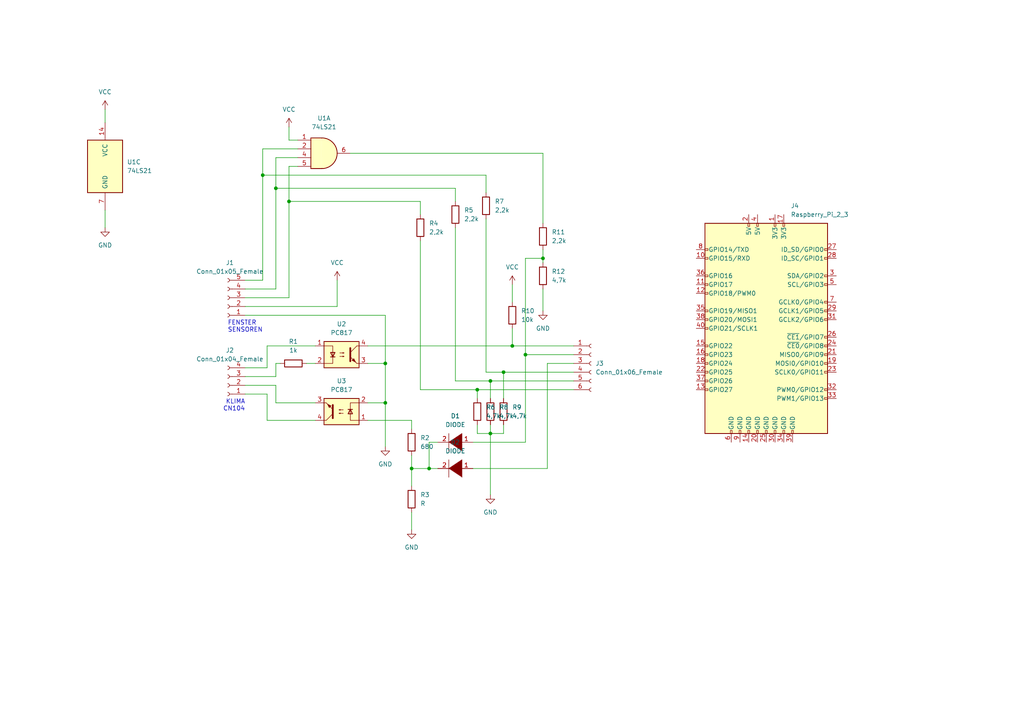
<source format=kicad_sch>
(kicad_sch (version 20211123) (generator eeschema)
  (paper "A4")
  (lib_symbols
    (symbol "74xx:74LS21" (pin_names (offset 1.016))
      (property "Reference" "U" (at 0 1.27 0))
      (property "Value" "74LS21" (at 0 -1.27 0))
      (symbol "74LS21_1_1"
        (arc (start -0.635 -4.445) (mid 3.81 0) (end -0.635 4.445) (stroke (width 0.254)) (fill (type background)))
        (polyline (pts (xy -0.635 4.445) (xy -3.81 4.445) (xy -3.81 -4.445) (xy -0.635 -4.445)) (stroke (width 0.254)) (fill (type background)))
        (pin input line (at -7.62 3.81 0) (length 3.81) (name "~") (number "1"))
        (pin input line (at -7.62 1.27 0) (length 3.81) (name "~") (number "2"))
        (pin input line (at -7.62 -1.27 0) (length 3.81) (name "~") (number "4"))
        (pin input line (at -7.62 -3.81 0) (length 3.81) (name "~") (number "5"))
        (pin output line (at 7.62 0 180) (length 3.81) (name "~") (number "6"))
      )
      (symbol "74LS21_1_2"
        (arc (start -3.81 -4.445) (mid -2.5908 0) (end -3.81 4.445) (stroke (width 0.254)))
        (arc (start -0.6096 -4.445) (mid 2.224 -2.8428) (end 3.81 0) (stroke (width 0.254)) (fill (type background)))
        (polyline (pts (xy -3.81 -4.445) (xy -0.635 -4.445)) (stroke (width 0.254)) (fill (type background)))
        (polyline (pts (xy -3.81 4.445) (xy -0.635 4.445)) (stroke (width 0.254)) (fill (type background)))
        (polyline (pts (xy -0.635 4.445) (xy -3.81 4.445) (xy -3.81 4.445) (xy -3.6322 4.0894) (xy -3.0988 2.921) (xy -2.7686 1.6764) (xy -2.6162 0.4318) (xy -2.6416 -0.8636) (xy -2.8702 -2.1082) (xy -3.2512 -3.3274) (xy -3.81 -4.445) (xy -3.81 -4.445) (xy -0.635 -4.445)) (stroke (width -25.4)) (fill (type background)))
        (arc (start 3.81 0) (mid 2.2198 2.8386) (end -0.6096 4.445) (stroke (width 0.254)) (fill (type background)))
        (pin input inverted (at -7.62 3.81 0) (length 3.81) (name "~") (number "1"))
        (pin input inverted (at -7.62 1.27 0) (length 4.826) (name "~") (number "2"))
        (pin input inverted (at -7.62 -1.27 0) (length 4.826) (name "~") (number "4"))
        (pin input inverted (at -7.62 -3.81 0) (length 3.81) (name "~") (number "5"))
        (pin output inverted (at 7.62 0 180) (length 3.81) (name "~") (number "6"))
      )
      (symbol "74LS21_2_1"
        (arc (start -0.635 -4.445) (mid 3.81 0) (end -0.635 4.445) (stroke (width 0.254)) (fill (type background)))
        (polyline (pts (xy -0.635 4.445) (xy -3.81 4.445) (xy -3.81 -4.445) (xy -0.635 -4.445)) (stroke (width 0.254)) (fill (type background)))
        (pin input line (at -7.62 1.27 0) (length 3.81) (name "~") (number "10"))
        (pin input line (at -7.62 -1.27 0) (length 3.81) (name "~") (number "12"))
        (pin input line (at -7.62 -3.81 0) (length 3.81) (name "~") (number "13"))
        (pin output line (at 7.62 0 180) (length 3.81) (name "~") (number "8"))
        (pin input line (at -7.62 3.81 0) (length 3.81) (name "~") (number "9"))
      )
      (symbol "74LS21_2_2"
        (arc (start -3.81 -4.445) (mid -2.5908 0) (end -3.81 4.445) (stroke (width 0.254)))
        (arc (start -0.6096 -4.445) (mid 2.224 -2.8428) (end 3.81 0) (stroke (width 0.254)) (fill (type background)))
        (polyline (pts (xy -3.81 -4.445) (xy -0.635 -4.445)) (stroke (width 0.254)) (fill (type background)))
        (polyline (pts (xy -3.81 4.445) (xy -0.635 4.445)) (stroke (width 0.254)) (fill (type background)))
        (polyline (pts (xy -0.635 4.445) (xy -3.81 4.445) (xy -3.81 4.445) (xy -3.6322 4.0894) (xy -3.0988 2.921) (xy -2.7686 1.6764) (xy -2.6162 0.4318) (xy -2.6416 -0.8636) (xy -2.8702 -2.1082) (xy -3.2512 -3.3274) (xy -3.81 -4.445) (xy -3.81 -4.445) (xy -0.635 -4.445)) (stroke (width -25.4)) (fill (type background)))
        (arc (start 3.81 0) (mid 2.2198 2.8386) (end -0.6096 4.445) (stroke (width 0.254)) (fill (type background)))
        (pin input inverted (at -7.62 1.27 0) (length 4.826) (name "~") (number "10"))
        (pin input inverted (at -7.62 -1.27 0) (length 4.826) (name "~") (number "12"))
        (pin input inverted (at -7.62 -3.81 0) (length 3.81) (name "~") (number "13"))
        (pin output inverted (at 7.62 0 180) (length 3.81) (name "~") (number "8"))
        (pin input inverted (at -7.62 3.81 0) (length 3.81) (name "~") (number "9"))
      )
      (symbol "74LS21_3_0"
        (pin power_in line (at 0 12.7 270) (length 5.08) (name "VCC") (number "14"))
        (pin power_in line (at 0 -12.7 90) (length 5.08) (name "GND") (number "7"))
      )
      (symbol "74LS21_3_1"
        (rectangle (start -5.08 7.62) (end 5.08 -7.62) (stroke (width 0.254)) (fill (type background)))
      )
    )
    (symbol "Connector:Conn_01x04_Female" (pin_names (offset 1.016) hide)
      (property "Reference" "J" (at 0 5.08 0))
      (property "Value" "Conn_01x04_Female" (at 0 -7.62 0))
      (symbol "Conn_01x04_Female_1_1"
        (arc (start 0 -4.572) (mid -0.508 -5.08) (end 0 -5.588) (stroke (width 0.1524)))
        (arc (start 0 -2.032) (mid -0.508 -2.54) (end 0 -3.048) (stroke (width 0.1524)))
        (polyline (pts (xy -1.27 -5.08) (xy -0.508 -5.08)) (stroke (width 0.1524)))
        (polyline (pts (xy -1.27 -2.54) (xy -0.508 -2.54)) (stroke (width 0.1524)))
        (polyline (pts (xy -1.27 0) (xy -0.508 0)) (stroke (width 0.1524)))
        (polyline (pts (xy -1.27 2.54) (xy -0.508 2.54)) (stroke (width 0.1524)))
        (arc (start 0 0.508) (mid -0.508 0) (end 0 -0.508) (stroke (width 0.1524)))
        (arc (start 0 3.048) (mid -0.508 2.54) (end 0 2.032) (stroke (width 0.1524)))
        (pin passive line (at -5.08 2.54 0) (length 3.81) (name "Pin_1") (number "1"))
        (pin passive line (at -5.08 0 0) (length 3.81) (name "Pin_2") (number "2"))
        (pin passive line (at -5.08 -2.54 0) (length 3.81) (name "Pin_3") (number "3"))
        (pin passive line (at -5.08 -5.08 0) (length 3.81) (name "Pin_4") (number "4"))
      )
    )
    (symbol "Connector:Conn_01x05_Female" (pin_names (offset 1.016) hide)
      (property "Reference" "J" (at 0 7.62 0))
      (property "Value" "Conn_01x05_Female" (at 0 -7.62 0))
      (symbol "Conn_01x05_Female_1_1"
        (arc (start 0 -4.572) (mid -0.508 -5.08) (end 0 -5.588) (stroke (width 0.1524)))
        (arc (start 0 -2.032) (mid -0.508 -2.54) (end 0 -3.048) (stroke (width 0.1524)))
        (polyline (pts (xy -1.27 -5.08) (xy -0.508 -5.08)) (stroke (width 0.1524)))
        (polyline (pts (xy -1.27 -2.54) (xy -0.508 -2.54)) (stroke (width 0.1524)))
        (polyline (pts (xy -1.27 0) (xy -0.508 0)) (stroke (width 0.1524)))
        (polyline (pts (xy -1.27 2.54) (xy -0.508 2.54)) (stroke (width 0.1524)))
        (polyline (pts (xy -1.27 5.08) (xy -0.508 5.08)) (stroke (width 0.1524)))
        (arc (start 0 0.508) (mid -0.508 0) (end 0 -0.508) (stroke (width 0.1524)))
        (arc (start 0 3.048) (mid -0.508 2.54) (end 0 2.032) (stroke (width 0.1524)))
        (arc (start 0 5.588) (mid -0.508 5.08) (end 0 4.572) (stroke (width 0.1524)))
        (pin passive line (at -5.08 5.08 0) (length 3.81) (name "Pin_1") (number "1"))
        (pin passive line (at -5.08 2.54 0) (length 3.81) (name "Pin_2") (number "2"))
        (pin passive line (at -5.08 0 0) (length 3.81) (name "Pin_3") (number "3"))
        (pin passive line (at -5.08 -2.54 0) (length 3.81) (name "Pin_4") (number "4"))
        (pin passive line (at -5.08 -5.08 0) (length 3.81) (name "Pin_5") (number "5"))
      )
    )
    (symbol "Connector:Conn_01x06_Female" (pin_names (offset 1.016) hide)
      (property "Reference" "J" (at 0 7.62 0))
      (property "Value" "Conn_01x06_Female" (at 0 -10.16 0))
      (symbol "Conn_01x06_Female_1_1"
        (arc (start 0 -7.112) (mid -0.508 -7.62) (end 0 -8.128) (stroke (width 0.1524)))
        (arc (start 0 -4.572) (mid -0.508 -5.08) (end 0 -5.588) (stroke (width 0.1524)))
        (arc (start 0 -2.032) (mid -0.508 -2.54) (end 0 -3.048) (stroke (width 0.1524)))
        (polyline (pts (xy -1.27 -7.62) (xy -0.508 -7.62)) (stroke (width 0.1524)))
        (polyline (pts (xy -1.27 -5.08) (xy -0.508 -5.08)) (stroke (width 0.1524)))
        (polyline (pts (xy -1.27 -2.54) (xy -0.508 -2.54)) (stroke (width 0.1524)))
        (polyline (pts (xy -1.27 0) (xy -0.508 0)) (stroke (width 0.1524)))
        (polyline (pts (xy -1.27 2.54) (xy -0.508 2.54)) (stroke (width 0.1524)))
        (polyline (pts (xy -1.27 5.08) (xy -0.508 5.08)) (stroke (width 0.1524)))
        (arc (start 0 0.508) (mid -0.508 0) (end 0 -0.508) (stroke (width 0.1524)))
        (arc (start 0 3.048) (mid -0.508 2.54) (end 0 2.032) (stroke (width 0.1524)))
        (arc (start 0 5.588) (mid -0.508 5.08) (end 0 4.572) (stroke (width 0.1524)))
        (pin passive line (at -5.08 5.08 0) (length 3.81) (name "Pin_1") (number "1"))
        (pin passive line (at -5.08 2.54 0) (length 3.81) (name "Pin_2") (number "2"))
        (pin passive line (at -5.08 0 0) (length 3.81) (name "Pin_3") (number "3"))
        (pin passive line (at -5.08 -2.54 0) (length 3.81) (name "Pin_4") (number "4"))
        (pin passive line (at -5.08 -5.08 0) (length 3.81) (name "Pin_5") (number "5"))
        (pin passive line (at -5.08 -7.62 0) (length 3.81) (name "Pin_6") (number "6"))
      )
    )
    (symbol "Connector:Raspberry_Pi_2_3" (pin_names (offset 1.016))
      (property "Reference" "J" (at -17.78 31.75 0))
      (property "Value" "Raspberry_Pi_2_3" (at 10.16 -31.75 0))
      (symbol "Raspberry_Pi_2_3_0_1"
        (rectangle (start -17.78 30.48) (end 17.78 -30.48) (stroke (width 0.254)) (fill (type background)))
      )
      (symbol "Raspberry_Pi_2_3_1_1"
        (rectangle (start -16.891 -17.526) (end -17.78 -18.034))
        (rectangle (start -16.891 -14.986) (end -17.78 -15.494))
        (rectangle (start -16.891 -12.446) (end -17.78 -12.954))
        (rectangle (start -16.891 -9.906) (end -17.78 -10.414))
        (rectangle (start -16.891 -7.366) (end -17.78 -7.874))
        (rectangle (start -16.891 -4.826) (end -17.78 -5.334))
        (rectangle (start -16.891 0.254) (end -17.78 -0.254))
        (rectangle (start -16.891 2.794) (end -17.78 2.286))
        (rectangle (start -16.891 5.334) (end -17.78 4.826))
        (rectangle (start -16.891 10.414) (end -17.78 9.906))
        (rectangle (start -16.891 12.954) (end -17.78 12.446))
        (rectangle (start -16.891 15.494) (end -17.78 14.986))
        (rectangle (start -16.891 20.574) (end -17.78 20.066))
        (rectangle (start -16.891 23.114) (end -17.78 22.606))
        (rectangle (start -10.414 -29.591) (end -9.906 -30.48))
        (rectangle (start -7.874 -29.591) (end -7.366 -30.48))
        (rectangle (start -5.334 -29.591) (end -4.826 -30.48))
        (rectangle (start -5.334 30.48) (end -4.826 29.591))
        (rectangle (start -2.794 -29.591) (end -2.286 -30.48))
        (rectangle (start -2.794 30.48) (end -2.286 29.591))
        (rectangle (start -0.254 -29.591) (end 0.254 -30.48))
        (rectangle (start 2.286 -29.591) (end 2.794 -30.48))
        (rectangle (start 2.286 30.48) (end 2.794 29.591))
        (rectangle (start 4.826 -29.591) (end 5.334 -30.48))
        (rectangle (start 4.826 30.48) (end 5.334 29.591))
        (rectangle (start 7.366 -29.591) (end 7.874 -30.48))
        (rectangle (start 17.78 -20.066) (end 16.891 -20.574))
        (rectangle (start 17.78 -17.526) (end 16.891 -18.034))
        (rectangle (start 17.78 -12.446) (end 16.891 -12.954))
        (rectangle (start 17.78 -9.906) (end 16.891 -10.414))
        (rectangle (start 17.78 -7.366) (end 16.891 -7.874))
        (rectangle (start 17.78 -4.826) (end 16.891 -5.334))
        (rectangle (start 17.78 -2.286) (end 16.891 -2.794))
        (rectangle (start 17.78 2.794) (end 16.891 2.286))
        (rectangle (start 17.78 5.334) (end 16.891 4.826))
        (rectangle (start 17.78 7.874) (end 16.891 7.366))
        (rectangle (start 17.78 12.954) (end 16.891 12.446))
        (rectangle (start 17.78 15.494) (end 16.891 14.986))
        (rectangle (start 17.78 20.574) (end 16.891 20.066))
        (rectangle (start 17.78 23.114) (end 16.891 22.606))
        (pin power_in line (at 2.54 33.02 270) (length 2.54) (name "3V3") (number "1"))
        (pin bidirectional line (at -20.32 20.32 0) (length 2.54) (name "GPIO15/RXD") (number "10"))
        (pin bidirectional line (at -20.32 12.7 0) (length 2.54) (name "GPIO17") (number "11"))
        (pin bidirectional line (at -20.32 10.16 0) (length 2.54) (name "GPIO18/PWM0") (number "12"))
        (pin bidirectional line (at -20.32 -17.78 0) (length 2.54) (name "GPIO27") (number "13"))
        (pin power_in line (at -5.08 -33.02 90) (length 2.54) (name "GND") (number "14"))
        (pin bidirectional line (at -20.32 -5.08 0) (length 2.54) (name "GPIO22") (number "15"))
        (pin bidirectional line (at -20.32 -7.62 0) (length 2.54) (name "GPIO23") (number "16"))
        (pin power_in line (at 5.08 33.02 270) (length 2.54) (name "3V3") (number "17"))
        (pin bidirectional line (at -20.32 -10.16 0) (length 2.54) (name "GPIO24") (number "18"))
        (pin bidirectional line (at 20.32 -10.16 180) (length 2.54) (name "MOSI0/GPIO10") (number "19"))
        (pin power_in line (at -5.08 33.02 270) (length 2.54) (name "5V") (number "2"))
        (pin power_in line (at -2.54 -33.02 90) (length 2.54) (name "GND") (number "20"))
        (pin bidirectional line (at 20.32 -7.62 180) (length 2.54) (name "MISO0/GPIO9") (number "21"))
        (pin bidirectional line (at -20.32 -12.7 0) (length 2.54) (name "GPIO25") (number "22"))
        (pin bidirectional line (at 20.32 -12.7 180) (length 2.54) (name "SCLK0/GPIO11") (number "23"))
        (pin bidirectional line (at 20.32 -5.08 180) (length 2.54) (name "~{CE0}/GPIO8") (number "24"))
        (pin power_in line (at 0 -33.02 90) (length 2.54) (name "GND") (number "25"))
        (pin bidirectional line (at 20.32 -2.54 180) (length 2.54) (name "~{CE1}/GPIO7") (number "26"))
        (pin bidirectional line (at 20.32 22.86 180) (length 2.54) (name "ID_SD/GPIO0") (number "27"))
        (pin bidirectional line (at 20.32 20.32 180) (length 2.54) (name "ID_SC/GPIO1") (number "28"))
        (pin bidirectional line (at 20.32 5.08 180) (length 2.54) (name "GCLK1/GPIO5") (number "29"))
        (pin bidirectional line (at 20.32 15.24 180) (length 2.54) (name "SDA/GPIO2") (number "3"))
        (pin power_in line (at 2.54 -33.02 90) (length 2.54) (name "GND") (number "30"))
        (pin bidirectional line (at 20.32 2.54 180) (length 2.54) (name "GCLK2/GPIO6") (number "31"))
        (pin bidirectional line (at 20.32 -17.78 180) (length 2.54) (name "PWM0/GPIO12") (number "32"))
        (pin bidirectional line (at 20.32 -20.32 180) (length 2.54) (name "PWM1/GPIO13") (number "33"))
        (pin power_in line (at 5.08 -33.02 90) (length 2.54) (name "GND") (number "34"))
        (pin bidirectional line (at -20.32 5.08 0) (length 2.54) (name "GPIO19/MISO1") (number "35"))
        (pin bidirectional line (at -20.32 15.24 0) (length 2.54) (name "GPIO16") (number "36"))
        (pin bidirectional line (at -20.32 -15.24 0) (length 2.54) (name "GPIO26") (number "37"))
        (pin bidirectional line (at -20.32 2.54 0) (length 2.54) (name "GPIO20/MOSI1") (number "38"))
        (pin power_in line (at 7.62 -33.02 90) (length 2.54) (name "GND") (number "39"))
        (pin power_in line (at -2.54 33.02 270) (length 2.54) (name "5V") (number "4"))
        (pin bidirectional line (at -20.32 0 0) (length 2.54) (name "GPIO21/SCLK1") (number "40"))
        (pin bidirectional line (at 20.32 12.7 180) (length 2.54) (name "SCL/GPIO3") (number "5"))
        (pin power_in line (at -10.16 -33.02 90) (length 2.54) (name "GND") (number "6"))
        (pin bidirectional line (at 20.32 7.62 180) (length 2.54) (name "GCLK0/GPIO4") (number "7"))
        (pin bidirectional line (at -20.32 22.86 0) (length 2.54) (name "GPIO14/TXD") (number "8"))
        (pin power_in line (at -7.62 -33.02 90) (length 2.54) (name "GND") (number "9"))
      )
    )
    (symbol "Device:R" (pin_numbers hide) (pin_names (offset 0))
      (property "Reference" "R" (at 2.032 0 90))
      (property "Value" "R" (at 0 0 90))
      (symbol "R_0_1"
        (rectangle (start -1.016 -2.54) (end 1.016 2.54) (stroke (width 0.254)))
      )
      (symbol "R_1_1"
        (pin passive line (at 0 3.81 270) (length 1.27) (name "~") (number "1"))
        (pin passive line (at 0 -3.81 90) (length 1.27) (name "~") (number "2"))
      )
    )
    (symbol "Isolator:PC817" (pin_names (offset 1.016))
      (property "Reference" "U" (at -5.08 5.08 0))
      (property "Value" "PC817" (at 0 5.08 0))
      (symbol "PC817_0_1"
        (rectangle (start -5.08 3.81) (end 5.08 -3.81) (stroke (width 0.254)) (fill (type background)))
        (polyline (pts (xy -3.175 -0.635) (xy -1.905 -0.635)) (stroke (width 0.254)))
        (polyline (pts (xy 2.54 0.635) (xy 4.445 2.54)))
        (polyline (pts (xy 4.445 -2.54) (xy 2.54 -0.635)) (fill (type outline)))
        (polyline (pts (xy 4.445 -2.54) (xy 5.08 -2.54)))
        (polyline (pts (xy 4.445 2.54) (xy 5.08 2.54)))
        (polyline (pts (xy -5.08 2.54) (xy -2.54 2.54) (xy -2.54 -0.635)))
        (polyline (pts (xy -2.54 -0.635) (xy -2.54 -2.54) (xy -5.08 -2.54)))
        (polyline (pts (xy 2.54 1.905) (xy 2.54 -1.905) (xy 2.54 -1.905)) (stroke (width 0.508)))
        (polyline (pts (xy -2.54 -0.635) (xy -3.175 0.635) (xy -1.905 0.635) (xy -2.54 -0.635)) (stroke (width 0.254)))
        (polyline (pts (xy -0.508 -0.508) (xy 0.762 -0.508) (xy 0.381 -0.635) (xy 0.381 -0.381) (xy 0.762 -0.508)))
        (polyline (pts (xy -0.508 0.508) (xy 0.762 0.508) (xy 0.381 0.381) (xy 0.381 0.635) (xy 0.762 0.508)))
        (polyline (pts (xy 3.048 -1.651) (xy 3.556 -1.143) (xy 4.064 -2.159) (xy 3.048 -1.651) (xy 3.048 -1.651)) (fill (type outline)))
      )
      (symbol "PC817_1_1"
        (pin passive line (at -7.62 2.54 0) (length 2.54) (name "~") (number "1"))
        (pin passive line (at -7.62 -2.54 0) (length 2.54) (name "~") (number "2"))
        (pin passive line (at 7.62 -2.54 180) (length 2.54) (name "~") (number "3"))
        (pin passive line (at 7.62 2.54 180) (length 2.54) (name "~") (number "4"))
      )
    )
    (symbol "power:GND" (power) (pin_names (offset 0))
      (property "Value" "GND" (at 0 -3.81 0))
      (symbol "GND_0_1"
        (polyline (pts (xy 0 0) (xy 0 -1.27) (xy 1.27 -1.27) (xy 0 -2.54) (xy -1.27 -1.27) (xy 0 -1.27)))
      )
      (symbol "GND_1_1"
        (pin power_in line (at 0 0 270) (length 0) hide (name "GND") (number "1"))
      )
    )
    (symbol "power:VCC" (power) (pin_names (offset 0))
      (property "Value" "VCC" (at 0 3.81 0))
      (symbol "VCC_0_1"
        (polyline (pts (xy -0.762 1.27) (xy 0 2.54)))
        (polyline (pts (xy 0 0) (xy 0 2.54)))
        (polyline (pts (xy 0 2.54) (xy 0.762 1.27)))
      )
      (symbol "VCC_1_1"
        (pin power_in line (at 0 0 90) (length 0) hide (name "VCC") (number "1"))
      )
    )
    (symbol "pspice:DIODE" (pin_names (offset 1.016) hide)
      (property "Reference" "D" (at 0 3.81 0))
      (property "Value" "DIODE" (at 0 -4.445 0))
      (symbol "DIODE_0_1"
        (polyline (pts (xy 1.905 2.54) (xy 1.905 -2.54)))
        (polyline (pts (xy -1.905 2.54) (xy -1.905 -2.54) (xy 1.905 0)) (fill (type outline)))
      )
      (symbol "DIODE_1_1"
        (pin input line (at -5.08 0 0) (length 3.81) (name "K") (number "1"))
        (pin input line (at 5.08 0 180) (length 3.81) (name "A") (number "2"))
      )
    )
  )
  (junction (at 157.48 74.93))
  (junction (at 76.2 50.8))
  (junction (at 119.38 135.89))
  (junction (at 152.4 102.87))
  (junction (at 124.46 135.89))
  (junction (at 83.82 58.42))
  (junction (at 142.24 125.73))
  (junction (at 148.59 100.33))
  (junction (at 146.05 107.95))
  (junction (at 142.24 110.49))
  (junction (at 138.43 113.03))
  (junction (at 111.76 105.41))
  (junction (at 80.01 54.61))
  (junction (at 111.76 116.84))
  (wire (pts (xy 83.82 40.64) (xy 83.82 36.83)))
  (wire (pts (xy 142.24 125.73) (xy 146.05 125.73)))
  (wire (pts (xy 30.48 60.96) (xy 30.48 66.04)))
  (wire (pts (xy 91.44 121.92) (xy 77.47 121.92)))
  (wire (pts (xy 111.76 105.41) (xy 111.76 116.84)))
  (wire (pts (xy 71.12 91.44) (xy 111.76 91.44)))
  (wire (pts (xy 80.01 109.22) (xy 71.12 109.22)))
  (wire (pts (xy 119.38 132.08) (xy 119.38 135.89)))
  (wire (pts (xy 158.75 105.41) (xy 166.37 105.41)))
  (wire (pts (xy 76.2 50.8) (xy 76.2 81.28)))
  (wire (pts (xy 138.43 125.73) (xy 142.24 125.73)))
  (wire (pts (xy 142.24 123.19) (xy 142.24 125.73)))
  (wire (pts (xy 106.68 100.33) (xy 148.59 100.33)))
  (wire (pts (xy 152.4 102.87) (xy 166.37 102.87)))
  (wire (pts (xy 140.97 55.88) (xy 140.97 50.8)))
  (wire (pts (xy 121.92 113.03) (xy 121.92 69.85)))
  (wire (pts (xy 71.12 81.28) (xy 76.2 81.28)))
  (wire (pts (xy 146.05 107.95) (xy 146.05 115.57)))
  (wire (pts (xy 83.82 48.26) (xy 86.36 48.26)))
  (wire (pts (xy 132.08 110.49) (xy 132.08 66.04)))
  (wire (pts (xy 138.43 113.03) (xy 138.43 115.57)))
  (wire (pts (xy 71.12 83.82) (xy 80.01 83.82)))
  (wire (pts (xy 81.28 105.41) (xy 80.01 105.41)))
  (wire (pts (xy 121.92 62.23) (xy 121.92 58.42)))
  (wire (pts (xy 142.24 125.73) (xy 142.24 143.51)))
  (wire (pts (xy 138.43 123.19) (xy 138.43 125.73)))
  (wire (pts (xy 146.05 107.95) (xy 166.37 107.95)))
  (wire (pts (xy 121.92 58.42) (xy 83.82 58.42)))
  (wire (pts (xy 119.38 148.59) (xy 119.38 153.67)))
  (wire (pts (xy 80.01 116.84) (xy 91.44 116.84)))
  (wire (pts (xy 88.9 105.41) (xy 91.44 105.41)))
  (wire (pts (xy 119.38 121.92) (xy 106.68 121.92)))
  (wire (pts (xy 71.12 111.76) (xy 80.01 111.76)))
  (wire (pts (xy 86.36 43.18) (xy 76.2 43.18)))
  (wire (pts (xy 80.01 105.41) (xy 80.01 109.22)))
  (wire (pts (xy 148.59 95.25) (xy 148.59 100.33)))
  (wire (pts (xy 80.01 45.72) (xy 86.36 45.72)))
  (wire (pts (xy 77.47 121.92) (xy 77.47 114.3)))
  (wire (pts (xy 80.01 54.61) (xy 80.01 83.82)))
  (wire (pts (xy 111.76 91.44) (xy 111.76 105.41)))
  (wire (pts (xy 166.37 110.49) (xy 142.24 110.49)))
  (wire (pts (xy 140.97 50.8) (xy 76.2 50.8)))
  (wire (pts (xy 124.46 135.89) (xy 119.38 135.89)))
  (wire (pts (xy 157.48 44.45) (xy 157.48 64.77)))
  (wire (pts (xy 142.24 110.49) (xy 132.08 110.49)))
  (wire (pts (xy 77.47 106.68) (xy 77.47 100.33)))
  (wire (pts (xy 71.12 86.36) (xy 83.82 86.36)))
  (wire (pts (xy 157.48 72.39) (xy 157.48 74.93)))
  (wire (pts (xy 30.48 31.75) (xy 30.48 35.56)))
  (wire (pts (xy 157.48 74.93) (xy 157.48 76.2)))
  (wire (pts (xy 106.68 105.41) (xy 111.76 105.41)))
  (wire (pts (xy 148.59 100.33) (xy 166.37 100.33)))
  (wire (pts (xy 76.2 43.18) (xy 76.2 50.8)))
  (wire (pts (xy 97.79 88.9) (xy 71.12 88.9)))
  (wire (pts (xy 101.6 44.45) (xy 157.48 44.45)))
  (wire (pts (xy 97.79 81.28) (xy 97.79 88.9)))
  (wire (pts (xy 119.38 135.89) (xy 119.38 140.97)))
  (wire (pts (xy 83.82 48.26) (xy 83.82 58.42)))
  (wire (pts (xy 77.47 114.3) (xy 71.12 114.3)))
  (wire (pts (xy 152.4 102.87) (xy 152.4 128.27)))
  (wire (pts (xy 127 128.27) (xy 124.46 128.27)))
  (wire (pts (xy 83.82 58.42) (xy 83.82 86.36)))
  (wire (pts (xy 166.37 113.03) (xy 138.43 113.03)))
  (wire (pts (xy 158.75 135.89) (xy 158.75 105.41)))
  (wire (pts (xy 137.16 135.89) (xy 158.75 135.89)))
  (wire (pts (xy 80.01 111.76) (xy 80.01 116.84)))
  (wire (pts (xy 132.08 54.61) (xy 80.01 54.61)))
  (wire (pts (xy 152.4 74.93) (xy 152.4 102.87)))
  (wire (pts (xy 111.76 116.84) (xy 111.76 129.54)))
  (wire (pts (xy 140.97 107.95) (xy 146.05 107.95)))
  (wire (pts (xy 124.46 128.27) (xy 124.46 135.89)))
  (wire (pts (xy 77.47 100.33) (xy 91.44 100.33)))
  (wire (pts (xy 140.97 63.5) (xy 140.97 107.95)))
  (wire (pts (xy 132.08 58.42) (xy 132.08 54.61)))
  (wire (pts (xy 157.48 83.82) (xy 157.48 90.17)))
  (wire (pts (xy 119.38 124.46) (xy 119.38 121.92)))
  (wire (pts (xy 138.43 113.03) (xy 121.92 113.03)))
  (wire (pts (xy 106.68 116.84) (xy 111.76 116.84)))
  (wire (pts (xy 146.05 123.19) (xy 146.05 125.73)))
  (wire (pts (xy 148.59 82.55) (xy 148.59 87.63)))
  (wire (pts (xy 86.36 40.64) (xy 83.82 40.64)))
  (wire (pts (xy 127 135.89) (xy 124.46 135.89)))
  (wire (pts (xy 137.16 128.27) (xy 152.4 128.27)))
  (wire (pts (xy 142.24 110.49) (xy 142.24 115.57)))
  (wire (pts (xy 71.12 106.68) (xy 77.47 106.68)))
  (wire (pts (xy 80.01 45.72) (xy 80.01 54.61)))
  (wire (pts (xy 152.4 74.93) (xy 157.48 74.93)))
  (text "KLIMA\nCN104" (at 71.12 119.38 180) (effects (font (size 1.27 1.27)) (justify right bottom)))
  (text "FENSTER\nSENSOREN" (at 66.04 96.52 0) (effects (font (size 1.27 1.27)) (justify left bottom)))
  (symbol (lib_id "74xx:74LS21") (at 93.98 44.45 0) (unit 1)
    (property "Reference" "U1" (at 93.98 34.29 0))
    (property "Value" "74LS21" (at 93.98 36.83 0))
    (property "Footprint" "Package_DIP:DIP-14_W7.62mm" (effects hide))
    (property "Datasheet" "http://www.ti.com/lit/gpn/sn74LS21" (effects hide))
  )
  (symbol (lib_id "power:VCC") (at 148.59 82.55 0) (unit 1)
    (property "Reference" "#PWR0107" (effects hide))
    (property "Value" "VCC" (at 148.59 77.47 0))
  )
  (symbol (lib_id "Device:R") (at 140.97 59.69 180) (unit 1)
    (property "Reference" "R7" (at 143.51 58.4199 0) (effects (justify right)))
    (property "Value" "2,2k" (at 143.51 60.9599 0) (effects (justify right)))
    (property "Footprint" "Resistor_THT:R_Axial_DIN0411_L9.9mm_D3.6mm_P15.24mm_Horizontal" (effects hide))
  )
  (symbol (lib_id "power:VCC") (at 97.79 81.28 0) (unit 1)
    (property "Reference" "#PWR0109" (effects hide))
    (property "Value" "VCC" (at 97.79 76.2 0))
  )
  (symbol (lib_id "Device:R") (at 138.43 119.38 180) (unit 1)
    (property "Reference" "R6" (at 140.97 118.1099 0) (effects (justify right)))
    (property "Value" "4,7k" (at 140.97 120.6499 0) (effects (justify right)))
    (property "Footprint" "Resistor_THT:R_Axial_DIN0411_L9.9mm_D3.6mm_P15.24mm_Horizontal" (effects hide))
  )
  (symbol (lib_id "Connector:Conn_01x06_Female") (at 171.45 105.41 0) (unit 1)
    (property "Reference" "J3" (at 172.72 105.4099 0) (effects (justify left)))
    (property "Value" "Conn_01x06_Female" (at 172.72 107.9499 0) (effects (justify left)))
    (property "Footprint" "Connector_PinHeader_1.27mm:PinHeader_1x06_P1.27mm_Vertical" (effects hide))
  )
  (symbol (lib_id "power:GND") (at 157.48 90.17 0) (unit 1)
    (property "Reference" "#PWR0106" (effects hide))
    (property "Value" "GND" (at 157.48 95.25 0))
  )
  (symbol (lib_id "Device:R") (at 85.09 105.41 90) (unit 1)
    (property "Reference" "R1" (at 85.09 99.06 90))
    (property "Value" "1k" (at 85.09 101.6 90))
    (property "Footprint" "Resistor_THT:R_Axial_DIN0411_L9.9mm_D3.6mm_P15.24mm_Horizontal" (effects hide))
  )
  (symbol (lib_id "power:VCC") (at 83.82 36.83 0) (unit 1)
    (property "Reference" "#PWR0108" (effects hide))
    (property "Value" "VCC" (at 83.82 31.75 0))
  )
  (symbol (lib_id "Connector:Conn_01x04_Female") (at 66.04 111.76 180) (unit 1)
    (property "Reference" "J2" (at 66.675 101.6 0))
    (property "Value" "Conn_01x04_Female" (at 66.675 104.14 0))
    (property "Footprint" "Connector_PinHeader_1.27mm:PinHeader_1x04_P1.27mm_Vertical" (effects hide))
  )
  (symbol (lib_id "Device:R") (at 157.48 80.01 180) (unit 1)
    (property "Reference" "R12" (at 160.02 78.7399 0) (effects (justify right)))
    (property "Value" "4,7k" (at 160.02 81.2799 0) (effects (justify right)))
    (property "Footprint" "Resistor_THT:R_Axial_DIN0411_L9.9mm_D3.6mm_P15.24mm_Horizontal" (effects hide))
  )
  (symbol (lib_id "power:GND") (at 30.48 66.04 0) (unit 1)
    (property "Reference" "#PWR0104" (effects hide))
    (property "Value" "GND" (at 30.48 71.12 0))
  )
  (symbol (lib_id "Connector:Raspberry_Pi_2_3") (at 222.25 95.25 0) (unit 1) (in_bom no) (on_board no)
    (property "Reference" "J4" (at 229.3494 59.69 0) (effects (justify left)))
    (property "Value" "Raspberry_Pi_2_3" (at 229.3494 62.23 0) (effects (justify left)))
    (property "Datasheet" "https://www.raspberrypi.org/documentation/hardware/raspberrypi/schematics/rpi_SCH_3bplus_1p0_reduced.pdf" (effects hide))
  )
  (symbol (lib_id "pspice:DIODE") (at 132.08 135.89 180) (unit 1)
    (property "Reference" "D2" (at 132.08 128.27 0))
    (property "Value" "DIODE" (at 132.08 130.81 0))
    (property "Footprint" "Resistor_THT:R_Axial_DIN0411_L9.9mm_D3.6mm_P15.24mm_Horizontal" (effects hide))
  )
  (symbol (lib_id "power:GND") (at 119.38 153.67 0) (unit 1)
    (property "Reference" "#PWR0102" (effects hide))
    (property "Value" "GND" (at 119.38 158.75 0))
  )
  (symbol (lib_id "Device:R") (at 119.38 144.78 180) (unit 1)
    (property "Reference" "R3" (at 121.92 143.5099 0) (effects (justify right)))
    (property "Value" "R" (at 121.92 146.0499 0) (effects (justify right)))
    (property "Footprint" "Resistor_THT:R_Axial_DIN0411_L9.9mm_D3.6mm_P15.24mm_Horizontal" (effects hide))
  )
  (symbol (lib_id "Connector:Conn_01x05_Female") (at 66.04 86.36 180) (unit 1)
    (property "Reference" "J1" (at 66.675 76.2 0))
    (property "Value" "Conn_01x05_Female" (at 66.675 78.74 0))
    (property "Footprint" "Connector_PinHeader_1.27mm:PinHeader_1x05_P1.27mm_Vertical" (effects hide))
  )
  (symbol (lib_id "power:GND") (at 142.24 143.51 0) (unit 1)
    (property "Reference" "#PWR0103" (effects hide))
    (property "Value" "GND" (at 142.24 148.59 0))
  )
  (symbol (lib_id "power:VCC") (at 30.48 31.75 0) (unit 1)
    (property "Reference" "#PWR0105" (effects hide))
    (property "Value" "VCC" (at 30.48 26.67 0))
  )
  (symbol (lib_id "Isolator:PC817") (at 99.06 102.87 0) (unit 1)
    (property "Reference" "U2" (at 99.06 93.98 0))
    (property "Value" "PC817" (at 99.06 96.52 0))
    (property "Footprint" "Package_DIP:DIP-4_W7.62mm" (effects hide))
    (property "Datasheet" "http://www.soselectronic.cz/a_info/resource/d/pc817.pdf" (effects hide))
  )
  (symbol (lib_id "Device:R") (at 121.92 66.04 180) (unit 1)
    (property "Reference" "R4" (at 124.46 64.7699 0) (effects (justify right)))
    (property "Value" "2,2k" (at 124.46 67.3099 0) (effects (justify right)))
    (property "Footprint" "Resistor_THT:R_Axial_DIN0411_L9.9mm_D3.6mm_P15.24mm_Horizontal" (effects hide))
  )
  (symbol (lib_id "Device:R") (at 148.59 91.44 180) (unit 1)
    (property "Reference" "R10" (at 151.13 90.1699 0) (effects (justify right)))
    (property "Value" "10k" (at 151.13 92.7099 0) (effects (justify right)))
    (property "Footprint" "Resistor_THT:R_Axial_DIN0411_L9.9mm_D3.6mm_P15.24mm_Horizontal" (effects hide))
  )
  (symbol (lib_id "Device:R") (at 132.08 62.23 180) (unit 1)
    (property "Reference" "R5" (at 134.62 60.9599 0) (effects (justify right)))
    (property "Value" "2,2k" (at 134.62 63.4999 0) (effects (justify right)))
    (property "Footprint" "Resistor_THT:R_Axial_DIN0411_L9.9mm_D3.6mm_P15.24mm_Horizontal" (effects hide))
  )
  (symbol (lib_id "74xx:74LS21") (at 30.48 48.26 0) (unit 3)
    (property "Reference" "U1" (at 36.83 46.9899 0) (effects (justify left)))
    (property "Value" "74LS21" (at 36.83 49.5299 0) (effects (justify left)))
    (property "Footprint" "Package_DIP:DIP-14_W7.62mm" (effects hide))
    (property "Datasheet" "http://www.ti.com/lit/gpn/sn74LS21" (effects hide))
  )
  (symbol (lib_id "pspice:DIODE") (at 132.08 128.27 180) (unit 1)
    (property "Reference" "D1" (at 132.08 120.65 0))
    (property "Value" "DIODE" (at 132.08 123.19 0))
    (property "Footprint" "Resistor_THT:R_Axial_DIN0411_L9.9mm_D3.6mm_P15.24mm_Horizontal" (effects hide))
  )
  (symbol (lib_id "Isolator:PC817") (at 99.06 119.38 180) (unit 1)
    (property "Reference" "U3" (at 99.06 110.49 0))
    (property "Value" "PC817" (at 99.06 113.03 0))
    (property "Footprint" "Package_DIP:DIP-4_W7.62mm" (effects hide))
    (property "Datasheet" "http://www.soselectronic.cz/a_info/resource/d/pc817.pdf" (effects hide))
  )
  (symbol (lib_id "power:GND") (at 111.76 129.54 0) (unit 1)
    (property "Reference" "#PWR0101" (effects hide))
    (property "Value" "GND" (at 111.76 134.62 0))
  )
  (symbol (lib_id "Device:R") (at 119.38 128.27 180) (unit 1)
    (property "Reference" "R2" (at 121.92 126.9999 0) (effects (justify right)))
    (property "Value" "680" (at 121.92 129.5399 0) (effects (justify right)))
    (property "Footprint" "Resistor_THT:R_Axial_DIN0411_L9.9mm_D3.6mm_P15.24mm_Horizontal" (effects hide))
  )
  (symbol (lib_id "Device:R") (at 142.24 119.38 180) (unit 1)
    (property "Reference" "R8" (at 144.78 118.1099 0) (effects (justify right)))
    (property "Value" "4,7k" (at 144.78 120.6499 0) (effects (justify right)))
    (property "Footprint" "Resistor_THT:R_Axial_DIN0411_L9.9mm_D3.6mm_P15.24mm_Horizontal" (effects hide))
  )
  (symbol (lib_id "Device:R") (at 146.05 119.38 180) (unit 1)
    (property "Reference" "R9" (at 148.59 118.1099 0) (effects (justify right)))
    (property "Value" "4,7k" (at 148.59 120.6499 0) (effects (justify right)))
    (property "Footprint" "Resistor_THT:R_Axial_DIN0411_L9.9mm_D3.6mm_P15.24mm_Horizontal" (effects hide))
  )
  (symbol (lib_id "Device:R") (at 157.48 68.58 180) (unit 1)
    (property "Reference" "R11" (at 160.02 67.3099 0) (effects (justify right)))
    (property "Value" "2,2k" (at 160.02 69.8499 0) (effects (justify right)))
    (property "Footprint" "Resistor_THT:R_Axial_DIN0411_L9.9mm_D3.6mm_P15.24mm_Horizontal" (effects hide))
  )
)
</source>
